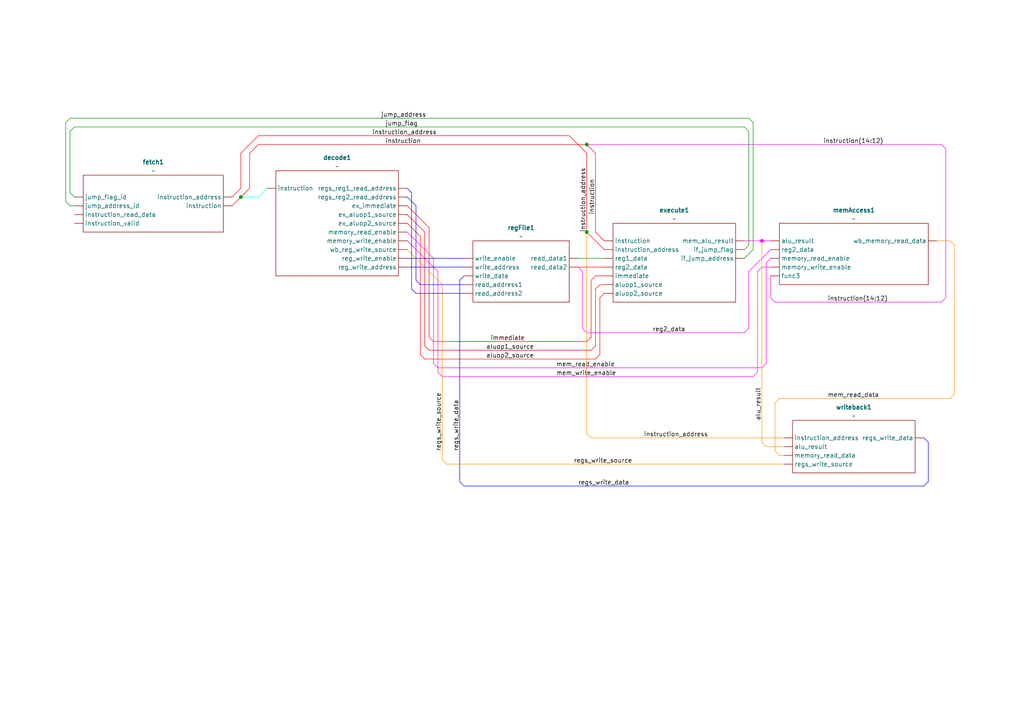
<source format=kicad_sch>
(kicad_sch
	(version 20231120)
	(generator "eeschema")
	(generator_version "8.0")
	(uuid "2ba00b11-cabe-4a49-b90b-2ae7d885f76b")
	(paper "A4")
	(title_block
		(title "RISC-V Monocycle Design")
	)
	(lib_symbols
		(symbol "RISC-V-lib:Execute"
			(pin_numbers hide)
			(exclude_from_sim no)
			(in_bom yes)
			(on_board yes)
			(property "Reference" "execute"
				(at -8.636 12.192 0)
				(effects
					(font
						(size 1.27 1.27)
						(thickness 0.254)
						(bold yes)
					)
				)
			)
			(property "Value" ""
				(at 0 0 0)
				(effects
					(font
						(size 1.27 1.27)
					)
				)
			)
			(property "Footprint" ""
				(at 0 0 0)
				(effects
					(font
						(size 1.27 1.27)
					)
					(hide yes)
				)
			)
			(property "Datasheet" ""
				(at 0 0 0)
				(effects
					(font
						(size 1.27 1.27)
					)
					(hide yes)
				)
			)
			(property "Description" ""
				(at 0 0 0)
				(effects
					(font
						(size 1.27 1.27)
					)
					(hide yes)
				)
			)
			(symbol "Execute_0_1"
				(rectangle
					(start -12.7 -8.89)
					(end 22.86 13.97)
					(stroke
						(width 0)
						(type default)
					)
					(fill
						(type none)
					)
				)
			)
			(symbol "Execute_1_1"
				(pin input line
					(at -15.24 -3.81 0)
					(length 2.54)
					(name "aluop1_source"
						(effects
							(font
								(size 1.27 1.27)
							)
						)
					)
					(number ""
						(effects
							(font
								(size 1.27 1.27)
							)
						)
					)
				)
				(pin input line
					(at -15.24 -6.35 0)
					(length 2.54)
					(name "aluop2_source"
						(effects
							(font
								(size 1.27 1.27)
							)
						)
					)
					(number ""
						(effects
							(font
								(size 1.27 1.27)
							)
						)
					)
				)
				(pin output line
					(at 25.4 3.81 180)
					(length 2.54)
					(name "if_jump_address"
						(effects
							(font
								(size 1.27 1.27)
							)
						)
					)
					(number ""
						(effects
							(font
								(size 1.27 1.27)
							)
						)
					)
				)
				(pin output line
					(at 25.4 6.35 180)
					(length 2.54)
					(name "if_jump_flag"
						(effects
							(font
								(size 1.27 1.27)
							)
						)
					)
					(number ""
						(effects
							(font
								(size 1.27 1.27)
							)
						)
					)
				)
				(pin input line
					(at -15.24 -1.27 0)
					(length 2.54)
					(name "immediate"
						(effects
							(font
								(size 1.27 1.27)
							)
						)
					)
					(number ""
						(effects
							(font
								(size 1.27 1.27)
							)
						)
					)
				)
				(pin input line
					(at -15.24 8.89 0)
					(length 2.54)
					(name "instruction"
						(effects
							(font
								(size 1.27 1.27)
							)
						)
					)
					(number ""
						(effects
							(font
								(size 1.27 1.27)
							)
						)
					)
				)
				(pin input line
					(at -15.24 6.35 0)
					(length 2.54)
					(name "instruction_address"
						(effects
							(font
								(size 1.27 1.27)
							)
						)
					)
					(number ""
						(effects
							(font
								(size 1.27 1.27)
							)
						)
					)
				)
				(pin output line
					(at 25.4 8.89 180)
					(length 2.54)
					(name "mem_alu_result"
						(effects
							(font
								(size 1.27 1.27)
							)
						)
					)
					(number ""
						(effects
							(font
								(size 1.27 1.27)
							)
						)
					)
				)
				(pin input line
					(at -15.24 3.81 0)
					(length 2.54)
					(name "reg1_data"
						(effects
							(font
								(size 1.27 1.27)
							)
						)
					)
					(number ""
						(effects
							(font
								(size 1.27 1.27)
							)
						)
					)
				)
				(pin input line
					(at -15.24 1.27 0)
					(length 2.54)
					(name "reg2_data"
						(effects
							(font
								(size 1.27 1.27)
							)
						)
					)
					(number ""
						(effects
							(font
								(size 1.27 1.27)
							)
						)
					)
				)
			)
		)
		(symbol "RISC-V-lib:InstructionDecode"
			(pin_numbers hide)
			(exclude_from_sim no)
			(in_bom yes)
			(on_board yes)
			(property "Reference" "decode"
				(at -9.144 12.7 0)
				(effects
					(font
						(size 1.27 1.27)
					)
				)
			)
			(property "Value" ""
				(at 0 0 0)
				(effects
					(font
						(size 1.27 1.27)
					)
				)
			)
			(property "Footprint" ""
				(at 0 0 0)
				(effects
					(font
						(size 1.27 1.27)
					)
					(hide yes)
				)
			)
			(property "Datasheet" ""
				(at 0 0 0)
				(effects
					(font
						(size 1.27 1.27)
					)
					(hide yes)
				)
			)
			(property "Description" ""
				(at 0 0 0)
				(effects
					(font
						(size 1.27 1.27)
					)
					(hide yes)
				)
			)
			(symbol "InstructionDecode_0_1"
				(rectangle
					(start 22.86 -16.51)
					(end -12.7 13.97)
					(stroke
						(width 0)
						(type default)
					)
					(fill
						(type none)
					)
				)
			)
			(symbol "InstructionDecode_1_1"
				(pin output line
					(at 25.4 1.27 180)
					(length 2.54)
					(name "ex_aluop1_source"
						(effects
							(font
								(size 1.27 1.27)
							)
						)
					)
					(number ""
						(effects
							(font
								(size 1.27 1.27)
							)
						)
					)
				)
				(pin output line
					(at 25.4 -1.27 180)
					(length 2.54)
					(name "ex_aluop2_source"
						(effects
							(font
								(size 1.27 1.27)
							)
						)
					)
					(number ""
						(effects
							(font
								(size 1.27 1.27)
							)
						)
					)
				)
				(pin output line
					(at 25.4 3.81 180)
					(length 2.54)
					(name "ex_immediate"
						(effects
							(font
								(size 1.27 1.27)
							)
						)
					)
					(number ""
						(effects
							(font
								(size 1.27 1.27)
							)
						)
					)
				)
				(pin input line
					(at -15.24 8.89 0)
					(length 2.54)
					(name "instruction"
						(effects
							(font
								(size 1.27 1.27)
							)
						)
					)
					(number ""
						(effects
							(font
								(size 1.27 1.27)
							)
						)
					)
				)
				(pin output line
					(at 25.4 -3.81 180)
					(length 2.54)
					(name "memory_read_enable"
						(effects
							(font
								(size 1.27 1.27)
							)
						)
					)
					(number ""
						(effects
							(font
								(size 1.27 1.27)
							)
						)
					)
				)
				(pin output line
					(at 25.4 -6.35 180)
					(length 2.54)
					(name "memory_write_enable"
						(effects
							(font
								(size 1.27 1.27)
							)
						)
					)
					(number ""
						(effects
							(font
								(size 1.27 1.27)
							)
						)
					)
				)
				(pin output line
					(at 25.4 -13.97 180)
					(length 2.54)
					(name "reg_write_address"
						(effects
							(font
								(size 1.27 1.27)
							)
						)
					)
					(number ""
						(effects
							(font
								(size 1.27 1.27)
							)
						)
					)
				)
				(pin output line
					(at 25.4 -11.43 180)
					(length 2.54)
					(name "reg_write_enable"
						(effects
							(font
								(size 1.27 1.27)
							)
						)
					)
					(number ""
						(effects
							(font
								(size 1.27 1.27)
							)
						)
					)
				)
				(pin output line
					(at 25.4 8.89 180)
					(length 2.54)
					(name "regs_reg1_read_address"
						(effects
							(font
								(size 1.27 1.27)
							)
						)
					)
					(number ""
						(effects
							(font
								(size 1.27 1.27)
							)
						)
					)
				)
				(pin output line
					(at 25.4 6.35 180)
					(length 2.54)
					(name "regs_reg2_read_address"
						(effects
							(font
								(size 1.27 1.27)
							)
						)
					)
					(number ""
						(effects
							(font
								(size 1.27 1.27)
							)
						)
					)
				)
				(pin output line
					(at 25.4 -8.89 180)
					(length 2.54)
					(name "wb_reg_write_source"
						(effects
							(font
								(size 1.27 1.27)
							)
						)
					)
					(number ""
						(effects
							(font
								(size 1.27 1.27)
							)
						)
					)
				)
			)
		)
		(symbol "RISC-V-lib:InstructionFetch"
			(pin_numbers hide)
			(exclude_from_sim no)
			(in_bom yes)
			(on_board yes)
			(property "Reference" "fetch"
				(at -17.272 6.096 0)
				(effects
					(font
						(size 1.27 1.27)
						(thickness 0.254)
						(bold yes)
					)
				)
			)
			(property "Value" ""
				(at 5.08 -2.54 0)
				(effects
					(font
						(size 1.27 1.27)
					)
				)
			)
			(property "Footprint" ""
				(at 5.08 -2.54 0)
				(effects
					(font
						(size 1.27 1.27)
					)
					(hide yes)
				)
			)
			(property "Datasheet" ""
				(at 5.08 -2.54 0)
				(effects
					(font
						(size 1.27 1.27)
					)
					(hide yes)
				)
			)
			(property "Description" ""
				(at 5.08 -2.54 0)
				(effects
					(font
						(size 1.27 1.27)
					)
					(hide yes)
				)
			)
			(symbol "InstructionFetch_0_1"
				(rectangle
					(start -20.32 7.62)
					(end 20.32 -8.89)
					(stroke
						(width 0)
						(type default)
					)
					(fill
						(type none)
					)
				)
			)
			(symbol "InstructionFetch_1_1"
				(pin output line
					(at 22.86 -1.27 180)
					(length 2.54)
					(name "instruction"
						(effects
							(font
								(size 1.27 1.27)
							)
						)
					)
					(number ""
						(effects
							(font
								(size 1.27 1.27)
							)
						)
					)
				)
				(pin output line
					(at 22.86 1.27 180)
					(length 2.54)
					(name "instruction_address"
						(effects
							(font
								(size 1.27 1.27)
							)
						)
					)
					(number ""
						(effects
							(font
								(size 1.27 1.27)
							)
						)
					)
				)
				(pin input line
					(at -22.86 -3.81 0)
					(length 2.54)
					(name "instruction_read_data"
						(effects
							(font
								(size 1.27 1.27)
							)
						)
					)
					(number ""
						(effects
							(font
								(size 1.27 1.27)
							)
						)
					)
				)
				(pin input line
					(at -22.86 -6.35 0)
					(length 2.54)
					(name "instruction_valid"
						(effects
							(font
								(size 1.27 1.27)
							)
						)
					)
					(number ""
						(effects
							(font
								(size 1.27 1.27)
							)
						)
					)
				)
				(pin input line
					(at -22.86 -1.27 0)
					(length 2.54)
					(name "jump_address_id"
						(effects
							(font
								(size 1.27 1.27)
							)
						)
					)
					(number ""
						(effects
							(font
								(size 1.27 1.27)
							)
						)
					)
				)
				(pin input line
					(at -22.86 1.27 0)
					(length 2.54)
					(name "jump_flag_id"
						(effects
							(font
								(size 1.27 1.27)
							)
						)
					)
					(number ""
						(effects
							(font
								(size 1.27 1.27)
							)
						)
					)
				)
			)
		)
		(symbol "RISC-V-lib:MemoryAccess"
			(pin_numbers hide)
			(exclude_from_sim no)
			(in_bom yes)
			(on_board yes)
			(property "Reference" "memAccess"
				(at -6.604 12.192 0)
				(effects
					(font
						(size 1.27 1.27)
						(thickness 0.254)
						(bold yes)
					)
				)
			)
			(property "Value" ""
				(at 0 0 0)
				(effects
					(font
						(size 1.27 1.27)
					)
				)
			)
			(property "Footprint" ""
				(at 0 0 0)
				(effects
					(font
						(size 1.27 1.27)
					)
					(hide yes)
				)
			)
			(property "Datasheet" ""
				(at 0 0 0)
				(effects
					(font
						(size 1.27 1.27)
					)
					(hide yes)
				)
			)
			(property "Description" ""
				(at 0 0 0)
				(effects
					(font
						(size 1.27 1.27)
					)
					(hide yes)
				)
			)
			(symbol "MemoryAccess_0_1"
				(rectangle
					(start -12.7 -3.81)
					(end 30.48 13.97)
					(stroke
						(width 0)
						(type default)
					)
					(fill
						(type none)
					)
				)
			)
			(symbol "MemoryAccess_1_1"
				(pin input line
					(at -15.24 8.89 0)
					(length 2.54)
					(name "alu_result"
						(effects
							(font
								(size 1.27 1.27)
							)
						)
					)
					(number ""
						(effects
							(font
								(size 1.27 1.27)
							)
						)
					)
				)
				(pin input line
					(at -15.24 -1.27 0)
					(length 2.54)
					(name "func3"
						(effects
							(font
								(size 1.27 1.27)
							)
						)
					)
					(number ""
						(effects
							(font
								(size 1.27 1.27)
							)
						)
					)
				)
				(pin input line
					(at -15.24 3.81 0)
					(length 2.54)
					(name "memory_read_enable"
						(effects
							(font
								(size 1.27 1.27)
							)
						)
					)
					(number ""
						(effects
							(font
								(size 1.27 1.27)
							)
						)
					)
				)
				(pin input line
					(at -15.24 1.27 0)
					(length 2.54)
					(name "memory_write_enable"
						(effects
							(font
								(size 1.27 1.27)
							)
						)
					)
					(number ""
						(effects
							(font
								(size 1.27 1.27)
							)
						)
					)
				)
				(pin input line
					(at -15.24 6.35 0)
					(length 2.54)
					(name "reg2_data"
						(effects
							(font
								(size 1.27 1.27)
							)
						)
					)
					(number ""
						(effects
							(font
								(size 1.27 1.27)
							)
						)
					)
				)
				(pin output line
					(at 33.02 8.89 180)
					(length 2.54)
					(name "wb_memory_read_data"
						(effects
							(font
								(size 1.27 1.27)
							)
						)
					)
					(number ""
						(effects
							(font
								(size 1.27 1.27)
							)
						)
					)
				)
			)
		)
		(symbol "RISC-V-lib:RegFile"
			(pin_numbers hide)
			(exclude_from_sim no)
			(in_bom yes)
			(on_board yes)
			(property "Reference" "regFile"
				(at -11.684 8.382 0)
				(effects
					(font
						(size 1.27 1.27)
						(thickness 0.254)
						(bold yes)
					)
				)
			)
			(property "Value" ""
				(at 0 0 0)
				(effects
					(font
						(size 1.27 1.27)
					)
				)
			)
			(property "Footprint" ""
				(at 0 0 0)
				(effects
					(font
						(size 1.27 1.27)
					)
					(hide yes)
				)
			)
			(property "Datasheet" ""
				(at 0 0 0)
				(effects
					(font
						(size 1.27 1.27)
					)
					(hide yes)
				)
			)
			(property "Description" ""
				(at 0 0 0)
				(effects
					(font
						(size 1.27 1.27)
					)
					(hide yes)
				)
			)
			(symbol "RegFile_0_1"
				(rectangle
					(start -15.24 -7.62)
					(end 12.7 10.16)
					(stroke
						(width 0)
						(type default)
					)
					(fill
						(type none)
					)
				)
			)
			(symbol "RegFile_1_1"
				(pin input line
					(at -17.78 -2.54 0)
					(length 2.54)
					(name "read_address1"
						(effects
							(font
								(size 1.27 1.27)
							)
						)
					)
					(number ""
						(effects
							(font
								(size 1.27 1.27)
							)
						)
					)
				)
				(pin input line
					(at -17.78 -5.08 0)
					(length 2.54)
					(name "read_address2"
						(effects
							(font
								(size 1.27 1.27)
							)
						)
					)
					(number ""
						(effects
							(font
								(size 1.27 1.27)
							)
						)
					)
				)
				(pin output line
					(at 15.24 5.08 180)
					(length 2.54)
					(name "read_data1"
						(effects
							(font
								(size 1.27 1.27)
							)
						)
					)
					(number ""
						(effects
							(font
								(size 1.27 1.27)
							)
						)
					)
				)
				(pin output line
					(at 15.24 2.54 180)
					(length 2.54)
					(name "read_data2"
						(effects
							(font
								(size 1.27 1.27)
							)
						)
					)
					(number ""
						(effects
							(font
								(size 1.27 1.27)
							)
						)
					)
				)
				(pin input line
					(at -17.78 2.54 0)
					(length 2.54)
					(name "write_address"
						(effects
							(font
								(size 1.27 1.27)
							)
						)
					)
					(number ""
						(effects
							(font
								(size 1.27 1.27)
							)
						)
					)
				)
				(pin input line
					(at -17.78 0 0)
					(length 2.54)
					(name "write_data"
						(effects
							(font
								(size 1.27 1.27)
							)
						)
					)
					(number ""
						(effects
							(font
								(size 1.27 1.27)
							)
						)
					)
				)
				(pin input line
					(at -17.78 5.08 0)
					(length 2.54)
					(name "write_enable"
						(effects
							(font
								(size 1.27 1.27)
							)
						)
					)
					(number ""
						(effects
							(font
								(size 1.27 1.27)
							)
						)
					)
				)
			)
		)
		(symbol "RISC-V-lib:Writeback"
			(pin_numbers hide)
			(exclude_from_sim no)
			(in_bom yes)
			(on_board yes)
			(property "Reference" "writeback"
				(at -7.366 12.446 0)
				(effects
					(font
						(size 1.27 1.27)
						(thickness 0.254)
						(bold yes)
					)
				)
			)
			(property "Value" ""
				(at 0 0 0)
				(effects
					(font
						(size 1.27 1.27)
					)
				)
			)
			(property "Footprint" ""
				(at 0 0 0)
				(effects
					(font
						(size 1.27 1.27)
					)
					(hide yes)
				)
			)
			(property "Datasheet" ""
				(at 0 0 0)
				(effects
					(font
						(size 1.27 1.27)
					)
					(hide yes)
				)
			)
			(property "Description" ""
				(at 0 0 0)
				(effects
					(font
						(size 1.27 1.27)
					)
					(hide yes)
				)
			)
			(symbol "Writeback_0_1"
				(rectangle
					(start -12.7 -1.27)
					(end 22.86 13.97)
					(stroke
						(width 0)
						(type default)
					)
					(fill
						(type none)
					)
				)
			)
			(symbol "Writeback_1_1"
				(pin input line
					(at -15.24 6.35 0)
					(length 2.54)
					(name "alu_result"
						(effects
							(font
								(size 1.27 1.27)
							)
						)
					)
					(number ""
						(effects
							(font
								(size 1.27 1.27)
							)
						)
					)
				)
				(pin input line
					(at -15.24 8.89 0)
					(length 2.54)
					(name "instruction_address"
						(effects
							(font
								(size 1.27 1.27)
							)
						)
					)
					(number ""
						(effects
							(font
								(size 1.27 1.27)
							)
						)
					)
				)
				(pin input line
					(at -15.24 3.81 0)
					(length 2.54)
					(name "memory_read_data"
						(effects
							(font
								(size 1.27 1.27)
							)
						)
					)
					(number ""
						(effects
							(font
								(size 1.27 1.27)
							)
						)
					)
				)
				(pin output line
					(at 25.4 8.89 180)
					(length 2.54)
					(name "regs_write_data"
						(effects
							(font
								(size 1.27 1.27)
							)
						)
					)
					(number ""
						(effects
							(font
								(size 1.27 1.27)
							)
						)
					)
				)
				(pin input line
					(at -15.24 1.27 0)
					(length 2.54)
					(name "regs_write_source"
						(effects
							(font
								(size 1.27 1.27)
							)
						)
					)
					(number ""
						(effects
							(font
								(size 1.27 1.27)
							)
						)
					)
				)
			)
		)
	)
	(junction
		(at 170.18 41.91)
		(diameter 0)
		(color 0 0 0 0)
		(uuid "0e4654ac-cee6-4fad-a95a-58b8e4b45165")
	)
	(junction
		(at 69.85 57.15)
		(diameter 0)
		(color 0 0 0 0)
		(uuid "51379ed6-2eb6-485d-9e8f-2c3f86497542")
	)
	(junction
		(at 220.98 69.85)
		(diameter 0)
		(color 255 0 255 1)
		(uuid "6c52d21c-6617-4486-8b44-f9e96cf40374")
	)
	(junction
		(at 170.18 67.31)
		(diameter 0)
		(color 0 0 0 0)
		(uuid "8f4db766-3c9f-475d-a3d1-91bb00ca1e76")
	)
	(wire
		(pts
			(xy 276.86 114.3) (xy 275.59 115.57)
		)
		(stroke
			(width 0)
			(type default)
			(color 255 153 0 1)
		)
		(uuid "032470e8-1456-4b91-8cb9-bdaa50b541d7")
	)
	(wire
		(pts
			(xy 172.72 44.45) (xy 170.18 41.91)
		)
		(stroke
			(width 0)
			(type default)
			(color 255 0 0 1)
		)
		(uuid "04674085-461c-4c28-a759-b832c70eaf95")
	)
	(wire
		(pts
			(xy 120.65 85.09) (xy 134.62 85.09)
		)
		(stroke
			(width 0)
			(type default)
			(color 0 0 255 1)
		)
		(uuid "04783baa-e01f-4eaa-b3ce-7d9da42c39c8")
	)
	(wire
		(pts
			(xy 124.46 66.04) (xy 124.46 97.79)
		)
		(stroke
			(width 0)
			(type default)
			(color 255 0 0 1)
		)
		(uuid "094012ec-9897-4470-bd62-2c3d70149542")
	)
	(wire
		(pts
			(xy 224.79 116.84) (xy 224.79 130.81)
		)
		(stroke
			(width 0)
			(type default)
			(color 255 153 0 1)
		)
		(uuid "0967dd55-ed15-4ec6-8d7b-029a314f7c99")
	)
	(wire
		(pts
			(xy 173.99 86.36) (xy 175.26 85.09)
		)
		(stroke
			(width 0)
			(type default)
			(color 255 0 0 1)
		)
		(uuid "0bda7395-8f16-4ef0-a99f-243000b5f3a2")
	)
	(wire
		(pts
			(xy 226.06 115.57) (xy 224.79 116.84)
		)
		(stroke
			(width 0)
			(type default)
			(color 255 153 0 1)
		)
		(uuid "0e58e67c-bbe1-4110-aa64-2fb6007c8185")
	)
	(wire
		(pts
			(xy 220.98 106.68) (xy 222.25 105.41)
		)
		(stroke
			(width 0)
			(type default)
			(color 255 0 255 1)
		)
		(uuid "0fb2563c-4671-4c1a-addd-4ece12777f82")
	)
	(wire
		(pts
			(xy 271.78 69.85) (xy 275.59 69.85)
		)
		(stroke
			(width 0)
			(type default)
			(color 255 153 0 1)
		)
		(uuid "12310e7f-f691-4210-bf48-194d04fe84c6")
	)
	(wire
		(pts
			(xy 69.85 54.61) (xy 69.85 44.45)
		)
		(stroke
			(width 0)
			(type default)
			(color 255 0 0 1)
		)
		(uuid "158ae986-6c14-4658-8ad5-62488f9866ae")
	)
	(wire
		(pts
			(xy 119.38 55.88) (xy 119.38 83.82)
		)
		(stroke
			(width 0)
			(type default)
			(color 0 0 255 1)
		)
		(uuid "17fba99e-f0b7-43d1-b6ff-19ac4089bc2f")
	)
	(wire
		(pts
			(xy 217.17 38.1) (xy 217.17 71.12)
		)
		(stroke
			(width 0)
			(type default)
		)
		(uuid "18341128-08ed-47c0-8ace-514b3413c7b8")
	)
	(wire
		(pts
			(xy 219.71 78.74) (xy 219.71 107.95)
		)
		(stroke
			(width 0)
			(type default)
			(color 255 0 255 1)
		)
		(uuid "187a1790-dba9-4736-866c-772a6eb3a203")
	)
	(wire
		(pts
			(xy 215.9 96.52) (xy 217.17 95.25)
		)
		(stroke
			(width 0)
			(type default)
			(color 255 0 255 1)
		)
		(uuid "1b3ed52a-6a51-4f0a-8469-d8d81a954f99")
	)
	(wire
		(pts
			(xy 170.18 99.06) (xy 171.45 97.79)
		)
		(stroke
			(width 0)
			(type default)
			(color 255 0 0 1)
		)
		(uuid "1c3d8837-5ed1-457c-9aad-1b6027001702")
	)
	(wire
		(pts
			(xy 223.52 80.01) (xy 223.52 86.36)
		)
		(stroke
			(width 0)
			(type default)
			(color 255 0 255 1)
		)
		(uuid "1c86ea80-d2e8-4fed-bdc9-74a76ff9ba7e")
	)
	(wire
		(pts
			(xy 172.72 44.45) (xy 172.72 67.31)
		)
		(stroke
			(width 0)
			(type default)
			(color 255 0 0 1)
		)
		(uuid "2200eb6e-226f-46c0-8bca-c488569275b1")
	)
	(wire
		(pts
			(xy 167.64 77.47) (xy 175.26 77.47)
		)
		(stroke
			(width 0)
			(type default)
			(color 255 0 0 1)
		)
		(uuid "23b34613-23e2-44f5-8eec-e535a4999f11")
	)
	(wire
		(pts
			(xy 74.93 39.37) (xy 165.1 39.37)
		)
		(stroke
			(width 0)
			(type default)
			(color 255 0 0 1)
		)
		(uuid "2520455a-b20d-44a1-9576-6ab4a0fc0bae")
	)
	(wire
		(pts
			(xy 276.86 71.12) (xy 275.59 69.85)
		)
		(stroke
			(width 0)
			(type default)
			(color 255 153 0 1)
		)
		(uuid "25ffb9b6-5d16-4ae2-853d-673cf9d38bb0")
	)
	(wire
		(pts
			(xy 20.32 55.88) (xy 21.59 57.15)
		)
		(stroke
			(width 0)
			(type default)
		)
		(uuid "28400dcd-2270-4d7c-b039-b9c27258b140")
	)
	(wire
		(pts
			(xy 170.18 41.91) (xy 273.05 41.91)
		)
		(stroke
			(width 0)
			(type default)
			(color 255 0 255 1)
		)
		(uuid "28484d2b-ae90-49bf-8921-f7312bcc7b30")
	)
	(wire
		(pts
			(xy 222.25 76.2) (xy 222.25 105.41)
		)
		(stroke
			(width 0)
			(type default)
			(color 255 0 255 1)
		)
		(uuid "2b6ab9c8-f1d9-4707-a916-1702259913f9")
	)
	(wire
		(pts
			(xy 274.32 86.36) (xy 274.32 43.18)
		)
		(stroke
			(width 0)
			(type default)
			(color 255 0 255 1)
		)
		(uuid "2c5d9d2c-b9e0-441a-ac7d-546f46ff84d2")
	)
	(wire
		(pts
			(xy 170.18 44.45) (xy 170.18 67.31)
		)
		(stroke
			(width 0)
			(type default)
			(color 255 0 0 1)
		)
		(uuid "2d315afe-395b-4ac1-86af-0e72fe478a8e")
	)
	(wire
		(pts
			(xy 134.62 140.97) (xy 267.97 140.97)
		)
		(stroke
			(width 0)
			(type default)
			(color 0 0 255 1)
		)
		(uuid "2ddc2f6f-89de-4168-9f19-5df4bd74a455")
	)
	(wire
		(pts
			(xy 274.32 43.18) (xy 273.05 41.91)
		)
		(stroke
			(width 0)
			(type default)
			(color 255 0 255 1)
		)
		(uuid "324118a2-83ff-415f-b38f-bac5b19ac08d")
	)
	(wire
		(pts
			(xy 173.99 82.55) (xy 175.26 82.55)
		)
		(stroke
			(width 0)
			(type default)
			(color 255 0 0 1)
		)
		(uuid "32e3ba92-89a9-4c30-b686-94177e46e7a2")
	)
	(wire
		(pts
			(xy 168.91 78.74) (xy 168.91 95.25)
		)
		(stroke
			(width 0)
			(type default)
			(color 255 0 255 1)
		)
		(uuid "333928ca-1805-4dd0-8cc6-11ac68eb66dc")
	)
	(wire
		(pts
			(xy 121.92 102.87) (xy 123.19 104.14)
		)
		(stroke
			(width 0)
			(type default)
			(color 255 0 0 1)
		)
		(uuid "33709863-4468-49fc-a94b-8b86060475e2")
	)
	(wire
		(pts
			(xy 222.25 129.54) (xy 227.33 129.54)
		)
		(stroke
			(width 0)
			(type default)
			(color 255 153 0 1)
		)
		(uuid "3398e8dd-7aec-4399-bd2d-c228b8927afa")
	)
	(wire
		(pts
			(xy 171.45 81.28) (xy 172.72 80.01)
		)
		(stroke
			(width 0)
			(type default)
			(color 255 0 0 1)
		)
		(uuid "3430e087-9d87-4f1c-a8df-70c8d433815a")
	)
	(wire
		(pts
			(xy 67.31 57.15) (xy 69.85 54.61)
		)
		(stroke
			(width 0)
			(type default)
			(color 255 0 0 1)
		)
		(uuid "3909fe5e-e479-41cb-954f-3f6f50366c0d")
	)
	(wire
		(pts
			(xy 267.97 140.97) (xy 269.24 139.7)
		)
		(stroke
			(width 0)
			(type default)
			(color 0 0 255 1)
		)
		(uuid "3f12678e-63a5-4a32-9986-4b4009842955")
	)
	(wire
		(pts
			(xy 125.73 105.41) (xy 127 106.68)
		)
		(stroke
			(width 0)
			(type default)
			(color 255 0 255 1)
		)
		(uuid "498b0488-51a9-420d-95b0-5ff7a92af388")
	)
	(wire
		(pts
			(xy 226.06 132.08) (xy 227.33 132.08)
		)
		(stroke
			(width 0)
			(type default)
			(color 255 153 0 1)
		)
		(uuid "4991be05-eea7-4fb3-81f7-c38dd6760c2e")
	)
	(wire
		(pts
			(xy 120.65 59.69) (xy 120.65 81.28)
		)
		(stroke
			(width 0)
			(type default)
			(color 0 0 255 1)
		)
		(uuid "4c78fa1f-2422-46ae-ba18-3b4a78b7db0d")
	)
	(wire
		(pts
			(xy 134.62 80.01) (xy 133.35 81.28)
		)
		(stroke
			(width 0)
			(type default)
			(color 0 0 255 1)
		)
		(uuid "4e9fef19-3ca0-4943-bb92-8c216176b378")
	)
	(wire
		(pts
			(xy 175.26 69.85) (xy 172.72 67.31)
		)
		(stroke
			(width 0)
			(type default)
			(color 255 0 0 1)
		)
		(uuid "523ae9a3-4c02-4a30-9f4d-36599a25d5f0")
	)
	(wire
		(pts
			(xy 72.39 54.61) (xy 69.85 57.15)
		)
		(stroke
			(width 0)
			(type default)
			(color 255 0 0 1)
		)
		(uuid "54663cfd-327a-4523-8c36-66451eb1bd1c")
	)
	(wire
		(pts
			(xy 222.25 76.2) (xy 223.52 74.93)
		)
		(stroke
			(width 0)
			(type default)
			(color 255 0 255 1)
		)
		(uuid "55a5d90b-4e4a-4abb-962d-68ab1cf3a4d7")
	)
	(wire
		(pts
			(xy 118.11 54.61) (xy 119.38 55.88)
		)
		(stroke
			(width 0)
			(type default)
			(color 0 0 255 1)
		)
		(uuid "56d40c4b-4b69-4f87-83ee-b7ea59c3efb5")
	)
	(wire
		(pts
			(xy 171.45 101.6) (xy 172.72 100.33)
		)
		(stroke
			(width 0)
			(type default)
			(color 255 0 0 1)
		)
		(uuid "56dd0afa-e516-4e13-8c56-0e1c6c508b98")
	)
	(wire
		(pts
			(xy 74.93 57.15) (xy 77.47 54.61)
		)
		(stroke
			(width 0)
			(type default)
			(color 0 255 255 1)
		)
		(uuid "595b0a31-17b9-4ac0-ae96-f47d13cb2392")
	)
	(wire
		(pts
			(xy 219.71 78.74) (xy 220.98 77.47)
		)
		(stroke
			(width 0)
			(type default)
			(color 255 0 255 1)
		)
		(uuid "5b4d05b8-3a29-45f3-aa97-7a4c207f6a0c")
	)
	(wire
		(pts
			(xy 21.59 36.83) (xy 20.32 38.1)
		)
		(stroke
			(width 0)
			(type default)
		)
		(uuid "5c396d3d-3384-48b5-8536-4bf5c2767838")
	)
	(wire
		(pts
			(xy 118.11 69.85) (xy 127 78.74)
		)
		(stroke
			(width 0)
			(type default)
			(color 255 0 255 1)
		)
		(uuid "5e35f880-ad01-40fd-af38-48e6590e6f8a")
	)
	(wire
		(pts
			(xy 220.98 69.85) (xy 223.52 69.85)
		)
		(stroke
			(width 0)
			(type default)
			(color 255 0 255 1)
		)
		(uuid "5e87b3db-6984-40ed-862c-654f6539ea4a")
	)
	(wire
		(pts
			(xy 217.17 38.1) (xy 215.9 36.83)
		)
		(stroke
			(width 0)
			(type default)
		)
		(uuid "61ab5d0c-04d1-423a-b8ac-e10b39b9430e")
	)
	(wire
		(pts
			(xy 220.98 69.85) (xy 220.98 128.27)
		)
		(stroke
			(width 0)
			(type default)
			(color 255 153 0 1)
		)
		(uuid "61ffc1e9-1d4b-4b93-a543-b3f754f4664c")
	)
	(wire
		(pts
			(xy 172.72 83.82) (xy 172.72 100.33)
		)
		(stroke
			(width 0)
			(type default)
			(color 255 0 0 1)
		)
		(uuid "69be637a-c4a8-49fb-a01c-1e51af36a2bb")
	)
	(wire
		(pts
			(xy 273.05 87.63) (xy 274.32 86.36)
		)
		(stroke
			(width 0)
			(type default)
			(color 255 0 255 1)
		)
		(uuid "6bfa7c0c-a877-4942-a8c4-eddb2dd0ab6c")
	)
	(wire
		(pts
			(xy 69.85 57.15) (xy 74.93 57.15)
		)
		(stroke
			(width 0)
			(type default)
			(color 0 255 255 1)
		)
		(uuid "6d1d6e0f-87f8-4734-b268-89ead9948f39")
	)
	(wire
		(pts
			(xy 118.11 57.15) (xy 120.65 59.69)
		)
		(stroke
			(width 0)
			(type default)
			(color 0 0 255 1)
		)
		(uuid "6f451487-51f5-4e30-860f-fa460f02068d")
	)
	(wire
		(pts
			(xy 118.11 72.39) (xy 128.27 82.55)
		)
		(stroke
			(width 0)
			(type default)
			(color 255 153 0 1)
		)
		(uuid "70ba793f-f518-4302-a5e2-68d707a92e8f")
	)
	(wire
		(pts
			(xy 217.17 95.25) (xy 217.17 78.74)
		)
		(stroke
			(width 0)
			(type default)
			(color 255 0 255 1)
		)
		(uuid "73b9e6d0-6800-4f9e-b04a-a810097a8845")
	)
	(wire
		(pts
			(xy 170.18 67.31) (xy 170.18 125.73)
		)
		(stroke
			(width 0)
			(type default)
			(color 255 153 0 1)
		)
		(uuid "75c9a91b-f0a9-4992-916e-444d45a000a6")
	)
	(wire
		(pts
			(xy 72.39 44.45) (xy 72.39 54.61)
		)
		(stroke
			(width 0)
			(type default)
			(color 255 0 0 1)
		)
		(uuid "7771a7f6-2872-4fdc-88b0-ceb46eee6a9d")
	)
	(wire
		(pts
			(xy 128.27 133.35) (xy 129.54 134.62)
		)
		(stroke
			(width 0)
			(type default)
			(color 255 153 0 1)
		)
		(uuid "77dc3325-1848-4458-924d-5f35d0f0c7c4")
	)
	(wire
		(pts
			(xy 269.24 128.27) (xy 269.24 139.7)
		)
		(stroke
			(width 0)
			(type default)
			(color 0 0 255 1)
		)
		(uuid "7a29de8a-852f-4e39-b230-47c4ed7410b8")
	)
	(wire
		(pts
			(xy 170.18 67.31) (xy 175.26 72.39)
		)
		(stroke
			(width 0)
			(type default)
			(color 255 0 0 1)
		)
		(uuid "7a350ede-6824-4edb-9888-2903a179c7a1")
	)
	(wire
		(pts
			(xy 19.05 35.56) (xy 19.05 58.42)
		)
		(stroke
			(width 0)
			(type default)
		)
		(uuid "7a97d78d-4195-47d9-aeb4-3130cfb5ee1f")
	)
	(wire
		(pts
			(xy 121.92 82.55) (xy 134.62 82.55)
		)
		(stroke
			(width 0)
			(type default)
			(color 0 0 255 1)
		)
		(uuid "7b782315-6d1c-48df-8500-1e337652d823")
	)
	(wire
		(pts
			(xy 224.79 130.81) (xy 226.06 132.08)
		)
		(stroke
			(width 0)
			(type default)
			(color 255 153 0 1)
		)
		(uuid "7c96a670-ae1f-46a8-8e15-4e1830a351b1")
	)
	(wire
		(pts
			(xy 171.45 97.79) (xy 171.45 81.28)
		)
		(stroke
			(width 0)
			(type default)
			(color 255 0 0 1)
		)
		(uuid "7ccb1538-0d5b-4d10-afb3-946e0e294b76")
	)
	(wire
		(pts
			(xy 123.19 104.14) (xy 172.72 104.14)
		)
		(stroke
			(width 0)
			(type default)
			(color 255 0 0 1)
		)
		(uuid "8066116a-5ab8-41b6-804c-4f92c2d3d0c3")
	)
	(wire
		(pts
			(xy 127 78.74) (xy 127 107.95)
		)
		(stroke
			(width 0)
			(type default)
			(color 255 0 255 1)
		)
		(uuid "8094bd32-b302-4cfc-bbde-1f742bc450e0")
	)
	(wire
		(pts
			(xy 218.44 35.56) (xy 218.44 72.39)
		)
		(stroke
			(width 0)
			(type default)
		)
		(uuid "80e36146-6f00-4bd8-a7a9-2d134dd8e50a")
	)
	(wire
		(pts
			(xy 172.72 104.14) (xy 173.99 102.87)
		)
		(stroke
			(width 0)
			(type default)
			(color 255 0 0 1)
		)
		(uuid "834046e7-49af-4357-9e11-a90bedf8ff20")
	)
	(wire
		(pts
			(xy 20.32 34.29) (xy 217.17 34.29)
		)
		(stroke
			(width 0)
			(type default)
		)
		(uuid "83983eba-94ce-4758-9d44-c600a62b702a")
	)
	(wire
		(pts
			(xy 118.11 67.31) (xy 125.73 74.93)
		)
		(stroke
			(width 0)
			(type default)
			(color 255 0 255 1)
		)
		(uuid "84b37a22-4edf-4fbf-a8f2-f1eba2d9c6b6")
	)
	(wire
		(pts
			(xy 133.35 81.28) (xy 133.35 139.7)
		)
		(stroke
			(width 0)
			(type default)
			(color 0 0 255 1)
		)
		(uuid "88778d6f-2956-4aef-a9fc-b2f20c0897ad")
	)
	(wire
		(pts
			(xy 269.24 128.27) (xy 267.97 127)
		)
		(stroke
			(width 0)
			(type default)
			(color 0 0 255 1)
		)
		(uuid "8c144d7e-b0e7-4463-9451-657978e6e523")
	)
	(wire
		(pts
			(xy 133.35 139.7) (xy 134.62 140.97)
		)
		(stroke
			(width 0)
			(type default)
			(color 0 0 255 1)
		)
		(uuid "8dc50b42-82cb-4302-9c95-a362f889ec49")
	)
	(wire
		(pts
			(xy 21.59 36.83) (xy 215.9 36.83)
		)
		(stroke
			(width 0)
			(type default)
		)
		(uuid "933fd970-df57-4821-a1e9-65ddc100d203")
	)
	(wire
		(pts
			(xy 20.32 34.29) (xy 19.05 35.56)
		)
		(stroke
			(width 0)
			(type default)
		)
		(uuid "940c37f0-6e20-424a-b679-0e7edbb96e3d")
	)
	(wire
		(pts
			(xy 124.46 97.79) (xy 125.73 99.06)
		)
		(stroke
			(width 0)
			(type default)
			(color 255 0 0 1)
		)
		(uuid "94f92258-4547-4709-988d-6853ff1a16ae")
	)
	(wire
		(pts
			(xy 118.11 77.47) (xy 134.62 77.47)
		)
		(stroke
			(width 0)
			(type default)
			(color 0 0 255 1)
		)
		(uuid "9986e6cd-71d5-47ed-a05c-390d5b00df8c")
	)
	(wire
		(pts
			(xy 171.45 127) (xy 227.33 127)
		)
		(stroke
			(width 0)
			(type default)
			(color 255 153 0 1)
		)
		(uuid "999acdb6-ceb1-41dc-a471-4e8405f4135f")
	)
	(wire
		(pts
			(xy 125.73 74.93) (xy 125.73 105.41)
		)
		(stroke
			(width 0)
			(type default)
			(color 255 0 255 1)
		)
		(uuid "9cc351ce-b25a-4760-ad9b-0c492e6e1ff7")
	)
	(wire
		(pts
			(xy 275.59 115.57) (xy 226.06 115.57)
		)
		(stroke
			(width 0)
			(type default)
			(color 255 153 0 1)
		)
		(uuid "9eafb708-4cc0-48a8-adbb-cc9ec033872b")
	)
	(wire
		(pts
			(xy 125.73 99.06) (xy 170.18 99.06)
		)
		(stroke
			(width 0)
			(type default)
			(color 255 0 0 1)
		)
		(uuid "a09b5509-74f9-4a4d-a667-a0d33ef84585")
	)
	(wire
		(pts
			(xy 123.19 100.33) (xy 124.46 101.6)
		)
		(stroke
			(width 0)
			(type default)
			(color 255 0 0 1)
		)
		(uuid "a32b62d1-65d3-46c9-ade8-aa9b58497e08")
	)
	(wire
		(pts
			(xy 20.32 59.69) (xy 21.59 59.69)
		)
		(stroke
			(width 0)
			(type default)
		)
		(uuid "a4e185f6-5eac-420c-812e-1716da24fd42")
	)
	(wire
		(pts
			(xy 118.11 59.69) (xy 124.46 66.04)
		)
		(stroke
			(width 0)
			(type default)
			(color 255 0 0 1)
		)
		(uuid "a55a29a2-b20c-4664-a901-fd6f97465623")
	)
	(wire
		(pts
			(xy 20.32 38.1) (xy 20.32 55.88)
		)
		(stroke
			(width 0)
			(type default)
		)
		(uuid "a99e6fcd-8f46-4640-91d7-71f06a8a5089")
	)
	(wire
		(pts
			(xy 223.52 86.36) (xy 224.79 87.63)
		)
		(stroke
			(width 0)
			(type default)
			(color 255 0 255 1)
		)
		(uuid "ab6d53a3-d610-4013-82a7-760c5c324783")
	)
	(wire
		(pts
			(xy 172.72 83.82) (xy 173.99 82.55)
		)
		(stroke
			(width 0)
			(type default)
			(color 255 0 0 1)
		)
		(uuid "ac2818aa-1236-48fd-ac52-b94c2585fd95")
	)
	(wire
		(pts
			(xy 118.11 62.23) (xy 123.19 67.31)
		)
		(stroke
			(width 0)
			(type default)
			(color 255 0 0 1)
		)
		(uuid "acaec9c4-3e8a-43de-a696-cd46fe9baf21")
	)
	(wire
		(pts
			(xy 120.65 81.28) (xy 121.92 82.55)
		)
		(stroke
			(width 0)
			(type default)
			(color 0 0 255 1)
		)
		(uuid "acd7d39a-3332-47ee-bdae-dd46ece05256")
	)
	(wire
		(pts
			(xy 69.85 44.45) (xy 74.93 39.37)
		)
		(stroke
			(width 0)
			(type default)
			(color 255 0 0 1)
		)
		(uuid "b2a651f1-7268-40b5-aad5-cf26522b44d7")
	)
	(wire
		(pts
			(xy 127 107.95) (xy 128.27 109.22)
		)
		(stroke
			(width 0)
			(type default)
			(color 255 0 255 1)
		)
		(uuid "b2cc05c5-b576-44b3-b8a2-e07e3418e6bb")
	)
	(wire
		(pts
			(xy 121.92 68.58) (xy 121.92 102.87)
		)
		(stroke
			(width 0)
			(type default)
			(color 255 0 0 1)
		)
		(uuid "b4ad7f43-defc-463d-a32f-e6f4d6b9398d")
	)
	(wire
		(pts
			(xy 218.44 109.22) (xy 219.71 107.95)
		)
		(stroke
			(width 0)
			(type default)
			(color 255 0 255 1)
		)
		(uuid "b4d21598-56ee-4d0b-afb2-2893884e8f44")
	)
	(wire
		(pts
			(xy 220.98 128.27) (xy 222.25 129.54)
		)
		(stroke
			(width 0)
			(type default)
			(color 255 153 0 1)
		)
		(uuid "b56a672b-21e3-44eb-b6af-26b28211d1d6")
	)
	(wire
		(pts
			(xy 172.72 80.01) (xy 175.26 80.01)
		)
		(stroke
			(width 0)
			(type default)
			(color 255 0 0 1)
		)
		(uuid "b6e32c01-b90b-4811-8bff-cc9793d82614")
	)
	(wire
		(pts
			(xy 167.64 74.93) (xy 175.26 74.93)
		)
		(stroke
			(width 0)
			(type default)
		)
		(uuid "bb230d13-8681-494b-b6c5-c84c7080db64")
	)
	(wire
		(pts
			(xy 168.91 95.25) (xy 170.18 96.52)
		)
		(stroke
			(width 0)
			(type default)
			(color 255 0 255 1)
		)
		(uuid "bbf71501-60e7-4d9f-aa39-bcc8e1a22ec1")
	)
	(wire
		(pts
			(xy 67.31 59.69) (xy 69.85 57.15)
		)
		(stroke
			(width 0)
			(type default)
			(color 255 0 0 1)
		)
		(uuid "bf5d224b-5a6f-4ffa-addd-88ee7feaec1d")
	)
	(wire
		(pts
			(xy 224.79 87.63) (xy 273.05 87.63)
		)
		(stroke
			(width 0)
			(type default)
			(color 255 0 255 1)
		)
		(uuid "c225b1b1-8950-4dec-b569-f9020fb72090")
	)
	(wire
		(pts
			(xy 19.05 58.42) (xy 20.32 59.69)
		)
		(stroke
			(width 0)
			(type default)
		)
		(uuid "c5c23d18-43dc-4935-be14-267d2ea216f4")
	)
	(wire
		(pts
			(xy 218.44 35.56) (xy 217.17 34.29)
		)
		(stroke
			(width 0)
			(type default)
		)
		(uuid "cbf154f2-bd82-47de-89b2-972e38dcd104")
	)
	(wire
		(pts
			(xy 128.27 82.55) (xy 128.27 133.35)
		)
		(stroke
			(width 0)
			(type default)
			(color 255 153 0 1)
		)
		(uuid "cc136ff4-c208-4a82-ba8e-7d40b718d92d")
	)
	(wire
		(pts
			(xy 118.11 74.93) (xy 134.62 74.93)
		)
		(stroke
			(width 0)
			(type default)
			(color 0 0 255 1)
		)
		(uuid "cca2b1b3-c89d-4fbf-bf50-2cfb9167555c")
	)
	(wire
		(pts
			(xy 74.93 41.91) (xy 170.18 41.91)
		)
		(stroke
			(width 0)
			(type default)
			(color 255 0 0 1)
		)
		(uuid "d44ff888-0775-485b-bff2-2d25fb80ff57")
	)
	(wire
		(pts
			(xy 170.18 125.73) (xy 171.45 127)
		)
		(stroke
			(width 0)
			(type default)
			(color 255 153 0 1)
		)
		(uuid "d5a76792-04da-486c-af81-a39d471db91a")
	)
	(wire
		(pts
			(xy 276.86 71.12) (xy 276.86 114.3)
		)
		(stroke
			(width 0)
			(type default)
			(color 255 153 0 1)
		)
		(uuid "d87cab30-4158-4ecd-8553-d36ae90f95f0")
	)
	(wire
		(pts
			(xy 217.17 78.74) (xy 223.52 72.39)
		)
		(stroke
			(width 0)
			(type default)
			(color 255 0 255 1)
		)
		(uuid "db0242bb-1c3f-430f-8c56-a1296e0d7fb8")
	)
	(wire
		(pts
			(xy 119.38 83.82) (xy 120.65 85.09)
		)
		(stroke
			(width 0)
			(type default)
			(color 0 0 255 1)
		)
		(uuid "e0a0dec4-6beb-4eac-b538-a080cd10f978")
	)
	(wire
		(pts
			(xy 215.9 69.85) (xy 220.98 69.85)
		)
		(stroke
			(width 0)
			(type default)
			(color 255 0 255 1)
		)
		(uuid "e45f75f3-ffc9-49ec-b795-cf03676e4b2a")
	)
	(wire
		(pts
			(xy 118.11 64.77) (xy 121.92 68.58)
		)
		(stroke
			(width 0)
			(type default)
			(color 255 0 0 1)
		)
		(uuid "e6608637-1d32-4e6a-ba20-6c180c3d2333")
	)
	(wire
		(pts
			(xy 167.64 77.47) (xy 168.91 78.74)
		)
		(stroke
			(width 0)
			(type default)
			(color 255 0 255 1)
		)
		(uuid "e7d7a0ac-a029-4740-aa78-c2b7ad09167a")
	)
	(wire
		(pts
			(xy 124.46 101.6) (xy 171.45 101.6)
		)
		(stroke
			(width 0)
			(type default)
			(color 255 0 0 1)
		)
		(uuid "ea71d44b-ed21-4a24-8e86-e512e8b5f624")
	)
	(wire
		(pts
			(xy 128.27 109.22) (xy 218.44 109.22)
		)
		(stroke
			(width 0)
			(type default)
			(color 255 0 255 1)
		)
		(uuid "eb82bb8c-78fe-4945-a4ad-ad76285a84af")
	)
	(wire
		(pts
			(xy 127 106.68) (xy 220.98 106.68)
		)
		(stroke
			(width 0)
			(type default)
			(color 255 0 255 1)
		)
		(uuid "ec602894-85bd-4fb4-8009-c28ec3f4785f")
	)
	(wire
		(pts
			(xy 72.39 44.45) (xy 74.93 41.91)
		)
		(stroke
			(width 0)
			(type default)
			(color 255 0 0 1)
		)
		(uuid "ecad3051-1fb0-45f9-971a-218e94d1b8fa")
	)
	(wire
		(pts
			(xy 220.98 77.47) (xy 223.52 77.47)
		)
		(stroke
			(width 0)
			(type default)
			(color 255 0 255 1)
		)
		(uuid "f0f1f6e6-27f7-43d9-963d-7eaa583cdca0")
	)
	(wire
		(pts
			(xy 123.19 67.31) (xy 123.19 100.33)
		)
		(stroke
			(width 0)
			(type default)
			(color 255 0 0 1)
		)
		(uuid "f15efdcc-a1ef-4b69-9303-d2f2293fddcd")
	)
	(wire
		(pts
			(xy 170.18 96.52) (xy 215.9 96.52)
		)
		(stroke
			(width 0)
			(type default)
			(color 255 0 255 1)
		)
		(uuid "f29eebf6-927d-4bde-81f0-646c1c8d876e")
	)
	(wire
		(pts
			(xy 173.99 86.36) (xy 173.99 102.87)
		)
		(stroke
			(width 0)
			(type default)
			(color 255 0 0 1)
		)
		(uuid "f6973c1d-41b2-4798-893d-2340a62d4f55")
	)
	(wire
		(pts
			(xy 165.1 39.37) (xy 170.18 44.45)
		)
		(stroke
			(width 0)
			(type default)
			(color 255 0 0 1)
		)
		(uuid "f86a7c2a-ddc5-416b-99ba-e0a9d582c504")
	)
	(wire
		(pts
			(xy 215.9 74.93) (xy 218.44 72.39)
		)
		(stroke
			(width 0)
			(type default)
		)
		(uuid "f8a4260c-4460-4602-b691-01041085f22d")
	)
	(wire
		(pts
			(xy 129.54 134.62) (xy 227.33 134.62)
		)
		(stroke
			(width 0)
			(type default)
			(color 255 153 0 1)
		)
		(uuid "fa5e9f4a-a03b-4b58-8ff6-e7040f755d3a")
	)
	(wire
		(pts
			(xy 215.9 72.39) (xy 217.17 71.12)
		)
		(stroke
			(width 0)
			(type default)
		)
		(uuid "fa9240d3-971c-40d8-be57-cd8ad5acca27")
	)
	(label "reg2_data"
		(at 189.23 96.52 0)
		(fields_autoplaced yes)
		(effects
			(font
				(size 1.27 1.27)
			)
			(justify left bottom)
		)
		(uuid "0485c9e6-c505-428a-9711-b45097398c13")
	)
	(label "regs_write_source"
		(at 128.27 130.81 90)
		(fields_autoplaced yes)
		(effects
			(font
				(size 1.27 1.27)
			)
			(justify left bottom)
		)
		(uuid "0c17d914-6b32-470c-9228-b8209e3aef1a")
	)
	(label "instruction_address"
		(at 186.69 127 0)
		(fields_autoplaced yes)
		(effects
			(font
				(size 1.27 1.27)
			)
			(justify left bottom)
		)
		(uuid "2326e73d-ea6d-492b-8481-563f3d101129")
	)
	(label "instruction(14:12)"
		(at 238.76 41.91 0)
		(fields_autoplaced yes)
		(effects
			(font
				(size 1.27 1.27)
			)
			(justify left bottom)
		)
		(uuid "2f1f891b-4b23-47c7-b53f-20725e3dc706")
	)
	(label "instruction_address"
		(at 107.95 39.37 0)
		(fields_autoplaced yes)
		(effects
			(font
				(size 1.27 1.27)
			)
			(justify left bottom)
		)
		(uuid "362a8fdf-3019-4f3a-9227-55f26519bc73")
	)
	(label "instruction"
		(at 111.76 41.91 0)
		(fields_autoplaced yes)
		(effects
			(font
				(size 1.27 1.27)
			)
			(justify left bottom)
		)
		(uuid "371a7cab-6215-43bf-b671-e8ac69cb0ff9")
	)
	(label "instruction"
		(at 172.72 62.23 90)
		(fields_autoplaced yes)
		(effects
			(font
				(size 1.27 1.27)
			)
			(justify left bottom)
		)
		(uuid "38e3225e-0e3f-4a26-a1b5-72452c4680a7")
	)
	(label "regs_write_source"
		(at 166.37 134.62 0)
		(fields_autoplaced yes)
		(effects
			(font
				(size 1.27 1.27)
			)
			(justify left bottom)
		)
		(uuid "6ff8859a-856c-4ac8-a873-15674adbadcd")
	)
	(label "regs_write_data"
		(at 167.64 140.97 0)
		(fields_autoplaced yes)
		(effects
			(font
				(size 1.27 1.27)
			)
			(justify left bottom)
		)
		(uuid "75360d0a-2bf8-4f32-b004-a63ee9c051cb")
	)
	(label "alu_result"
		(at 220.98 121.92 90)
		(fields_autoplaced yes)
		(effects
			(font
				(size 1.27 1.27)
			)
			(justify left bottom)
		)
		(uuid "78fd9c36-2abc-479c-b2e0-36e6614eb213")
	)
	(label "jump_flag"
		(at 111.76 36.83 0)
		(fields_autoplaced yes)
		(effects
			(font
				(size 1.27 1.27)
			)
			(justify left bottom)
		)
		(uuid "839d1009-53d0-4ece-8331-55930d8d19ef")
	)
	(label "jump_address"
		(at 110.49 34.29 0)
		(fields_autoplaced yes)
		(effects
			(font
				(size 1.27 1.27)
			)
			(justify left bottom)
		)
		(uuid "89daf382-5f17-4c22-bda2-bb9715bbe52b")
	)
	(label "mem_read_enable"
		(at 161.29 106.68 0)
		(fields_autoplaced yes)
		(effects
			(font
				(size 1.27 1.27)
			)
			(justify left bottom)
		)
		(uuid "971848ec-d0bf-4bc0-bb41-3440e2778924")
	)
	(label "instruction_address"
		(at 170.18 67.31 90)
		(fields_autoplaced yes)
		(effects
			(font
				(size 1.27 1.27)
			)
			(justify left bottom)
		)
		(uuid "a2667077-cfb1-448a-98d7-e4739262c22b")
	)
	(label "aluop1_source"
		(at 140.97 101.6 0)
		(fields_autoplaced yes)
		(effects
			(font
				(size 1.27 1.27)
			)
			(justify left bottom)
		)
		(uuid "afec3ac2-5447-444d-a95b-03747ba2004b")
	)
	(label "mem_read_data"
		(at 240.03 115.57 0)
		(fields_autoplaced yes)
		(effects
			(font
				(size 1.27 1.27)
			)
			(justify left bottom)
		)
		(uuid "b0bfe2db-24e4-4c75-ae15-e708f1578843")
	)
	(label "mem_write_enable"
		(at 161.29 109.22 0)
		(fields_autoplaced yes)
		(effects
			(font
				(size 1.27 1.27)
			)
			(justify left bottom)
		)
		(uuid "c53eed60-8e20-45b7-bbbd-5b9dabd1a5ea")
	)
	(label "regs_write_data"
		(at 133.35 130.81 90)
		(fields_autoplaced yes)
		(effects
			(font
				(size 1.27 1.27)
			)
			(justify left bottom)
		)
		(uuid "d46838e2-6ed8-4bbd-9102-32f11293c52f")
	)
	(label "immediate"
		(at 142.24 99.06 0)
		(fields_autoplaced yes)
		(effects
			(font
				(size 1.27 1.27)
			)
			(justify left bottom)
		)
		(uuid "dd45e702-057c-4a44-b858-b26cbe5da252")
	)
	(label "instruction(14:12)"
		(at 240.03 87.63 0)
		(fields_autoplaced yes)
		(effects
			(font
				(size 1.27 1.27)
			)
			(justify left bottom)
		)
		(uuid "e6325401-3724-4098-80b2-3a3ac9d4602c")
	)
	(label "aluop2_source"
		(at 140.97 104.14 0)
		(fields_autoplaced yes)
		(effects
			(font
				(size 1.27 1.27)
			)
			(justify left bottom)
		)
		(uuid "f8980226-6b1b-4091-82ab-4c449541608b")
	)
	(symbol
		(lib_id "RISC-V-lib:InstructionFetch")
		(at 44.45 58.42 0)
		(unit 1)
		(exclude_from_sim no)
		(in_bom yes)
		(on_board yes)
		(dnp no)
		(fields_autoplaced yes)
		(uuid "36c4b19f-e294-4b04-8db0-17cae43eb985")
		(property "Reference" "fetch1"
			(at 44.45 46.99 0)
			(effects
				(font
					(size 1.27 1.27)
					(thickness 0.254)
					(bold yes)
				)
			)
		)
		(property "Value" "~"
			(at 44.45 49.53 0)
			(effects
				(font
					(size 1.27 1.27)
				)
			)
		)
		(property "Footprint" ""
			(at 49.53 60.96 0)
			(effects
				(font
					(size 1.27 1.27)
				)
				(hide yes)
			)
		)
		(property "Datasheet" ""
			(at 49.53 60.96 0)
			(effects
				(font
					(size 1.27 1.27)
				)
				(hide yes)
			)
		)
		(property "Description" ""
			(at 49.53 60.96 0)
			(effects
				(font
					(size 1.27 1.27)
				)
				(hide yes)
			)
		)
		(pin ""
			(uuid "b0e3e1d4-c852-455c-8900-752a54b48b96")
		)
		(pin ""
			(uuid "c6a39f5e-73cf-40e5-a9c5-990881514724")
		)
		(pin ""
			(uuid "be18c2b0-d13c-4711-b3fa-813c613c5a0d")
		)
		(pin ""
			(uuid "0fb497e8-70a4-41f9-886c-5cd04d9a161f")
		)
		(pin ""
			(uuid "8428941d-7fb0-4d4c-aa1d-4c3bed386349")
		)
		(pin ""
			(uuid "00d4d8e8-8bcc-4ab7-abae-6af372c3bf2a")
		)
		(instances
			(project ""
				(path "/2ba00b11-cabe-4a49-b90b-2ae7d885f76b"
					(reference "fetch1")
					(unit 1)
				)
			)
		)
	)
	(symbol
		(lib_id "RISC-V-lib:RegFile")
		(at 152.4 80.01 0)
		(unit 1)
		(exclude_from_sim no)
		(in_bom yes)
		(on_board yes)
		(dnp no)
		(fields_autoplaced yes)
		(uuid "4c5c62a0-d7cd-4df6-94e8-e454edb42631")
		(property "Reference" "regFile1"
			(at 151.13 66.04 0)
			(effects
				(font
					(size 1.27 1.27)
					(thickness 0.254)
					(bold yes)
				)
			)
		)
		(property "Value" "~"
			(at 151.13 68.58 0)
			(effects
				(font
					(size 1.27 1.27)
				)
			)
		)
		(property "Footprint" ""
			(at 152.4 80.01 0)
			(effects
				(font
					(size 1.27 1.27)
				)
				(hide yes)
			)
		)
		(property "Datasheet" ""
			(at 152.4 80.01 0)
			(effects
				(font
					(size 1.27 1.27)
				)
				(hide yes)
			)
		)
		(property "Description" ""
			(at 152.4 80.01 0)
			(effects
				(font
					(size 1.27 1.27)
				)
				(hide yes)
			)
		)
		(pin ""
			(uuid "3c91cc59-92cb-4059-acc1-7b2d6de642d8")
		)
		(pin ""
			(uuid "27c41735-2f45-463f-85d7-a4dd2553757a")
		)
		(pin ""
			(uuid "31bbb701-577d-4c95-8a22-de8112224eef")
		)
		(pin ""
			(uuid "c6045902-e418-494a-b26d-d1fc446d4c2c")
		)
		(pin ""
			(uuid "0f454789-7ea9-49c5-b990-78eccc4a0ba5")
		)
		(pin ""
			(uuid "344086e0-1dd6-4640-b783-18ebdf29f563")
		)
		(pin ""
			(uuid "c3371d9e-dc1c-495e-8a04-a1b530f889be")
		)
		(instances
			(project ""
				(path "/2ba00b11-cabe-4a49-b90b-2ae7d885f76b"
					(reference "regFile1")
					(unit 1)
				)
			)
		)
	)
	(symbol
		(lib_id "RISC-V-lib:Execute")
		(at 190.5 78.74 0)
		(unit 1)
		(exclude_from_sim no)
		(in_bom yes)
		(on_board yes)
		(dnp no)
		(fields_autoplaced yes)
		(uuid "693550d8-bd1e-4a3e-a68e-827207e77acd")
		(property "Reference" "execute1"
			(at 195.58 60.96 0)
			(effects
				(font
					(size 1.27 1.27)
					(thickness 0.254)
					(bold yes)
				)
			)
		)
		(property "Value" "~"
			(at 195.58 63.5 0)
			(effects
				(font
					(size 1.27 1.27)
				)
			)
		)
		(property "Footprint" ""
			(at 190.5 78.74 0)
			(effects
				(font
					(size 1.27 1.27)
				)
				(hide yes)
			)
		)
		(property "Datasheet" ""
			(at 190.5 78.74 0)
			(effects
				(font
					(size 1.27 1.27)
				)
				(hide yes)
			)
		)
		(property "Description" ""
			(at 190.5 78.74 0)
			(effects
				(font
					(size 1.27 1.27)
				)
				(hide yes)
			)
		)
		(pin ""
			(uuid "56211e72-1c08-409b-9db4-334785263d77")
		)
		(pin ""
			(uuid "71f2fea0-f29e-4a08-912c-badceb143260")
		)
		(pin ""
			(uuid "512b2cde-dbfa-4c59-add6-550ff7758960")
		)
		(pin ""
			(uuid "c95a2ef9-dacb-43e5-91d2-e89e818809a7")
		)
		(pin ""
			(uuid "8074e423-febc-49eb-83ad-e85d68be9812")
		)
		(pin ""
			(uuid "864f00d0-b704-40fa-bd50-ed08117ca452")
		)
		(pin ""
			(uuid "1144614e-8c09-4a2f-8b85-41bff5cf367b")
		)
		(pin ""
			(uuid "7e9f9c1f-c08b-41c7-8a4d-20d463558a49")
		)
		(pin ""
			(uuid "c6bea53a-b1a4-4cdf-bf7a-e6549fec0b25")
		)
		(pin ""
			(uuid "59c7f146-4f54-4e45-8499-2fbb8c60f640")
		)
		(instances
			(project ""
				(path "/2ba00b11-cabe-4a49-b90b-2ae7d885f76b"
					(reference "execute1")
					(unit 1)
				)
			)
		)
	)
	(symbol
		(lib_id "RISC-V-lib:InstructionDecode")
		(at 92.71 63.5 0)
		(unit 1)
		(exclude_from_sim no)
		(in_bom yes)
		(on_board yes)
		(dnp no)
		(fields_autoplaced yes)
		(uuid "86307dc5-934e-4486-ba67-02371679dd09")
		(property "Reference" "decode1"
			(at 97.79 45.72 0)
			(effects
				(font
					(size 1.27 1.27)
					(thickness 0.254)
					(bold yes)
				)
			)
		)
		(property "Value" "~"
			(at 97.79 48.26 0)
			(effects
				(font
					(size 1.27 1.27)
				)
			)
		)
		(property "Footprint" ""
			(at 92.71 63.5 0)
			(effects
				(font
					(size 1.27 1.27)
				)
				(hide yes)
			)
		)
		(property "Datasheet" ""
			(at 92.71 63.5 0)
			(effects
				(font
					(size 1.27 1.27)
				)
				(hide yes)
			)
		)
		(property "Description" ""
			(at 92.71 63.5 0)
			(effects
				(font
					(size 1.27 1.27)
				)
				(hide yes)
			)
		)
		(pin ""
			(uuid "be2b0729-60f2-470a-bce5-e73c0ebb060e")
		)
		(pin ""
			(uuid "274266e1-cdcd-4186-9b77-e7a1f323b30f")
		)
		(pin ""
			(uuid "debf0be2-1b8b-42ae-bac7-8fc912ef266a")
		)
		(pin ""
			(uuid "6bbf5e01-d103-4be2-9b2e-0b28043bb44d")
		)
		(pin ""
			(uuid "85225000-3bc5-4e22-a668-70df22fbc23a")
		)
		(pin ""
			(uuid "58e6dd30-3d95-47f8-ad90-3c1fcb697924")
		)
		(pin ""
			(uuid "e90e0335-3efe-4797-b57c-2f539775f427")
		)
		(pin ""
			(uuid "34cb26fa-a2e2-4da2-ac8b-600fd8f96534")
		)
		(pin ""
			(uuid "e92b3b7e-bd70-41f2-8ca5-64fa351e9be4")
		)
		(pin ""
			(uuid "0859ee11-5832-45de-93a0-8a37ce1626a7")
		)
		(pin ""
			(uuid "766ee623-bf97-4042-bf15-b5023ea5a3e7")
		)
		(instances
			(project ""
				(path "/2ba00b11-cabe-4a49-b90b-2ae7d885f76b"
					(reference "decode1")
					(unit 1)
				)
			)
		)
	)
	(symbol
		(lib_id "RISC-V-lib:Writeback")
		(at 242.57 135.89 0)
		(unit 1)
		(exclude_from_sim no)
		(in_bom yes)
		(on_board yes)
		(dnp no)
		(fields_autoplaced yes)
		(uuid "a7c2794d-852f-4c0a-ab42-1bf5d39dc313")
		(property "Reference" "writeback1"
			(at 247.65 118.11 0)
			(effects
				(font
					(size 1.27 1.27)
					(thickness 0.254)
					(bold yes)
				)
			)
		)
		(property "Value" "~"
			(at 247.65 120.65 0)
			(effects
				(font
					(size 1.27 1.27)
				)
			)
		)
		(property "Footprint" ""
			(at 242.57 135.89 0)
			(effects
				(font
					(size 1.27 1.27)
				)
				(hide yes)
			)
		)
		(property "Datasheet" ""
			(at 242.57 135.89 0)
			(effects
				(font
					(size 1.27 1.27)
				)
				(hide yes)
			)
		)
		(property "Description" ""
			(at 242.57 135.89 0)
			(effects
				(font
					(size 1.27 1.27)
				)
				(hide yes)
			)
		)
		(pin ""
			(uuid "58b85e30-8937-41e9-ad5d-c88c526f1fa6")
		)
		(pin ""
			(uuid "b4c18eb2-06f5-4135-8242-76504482b4b0")
		)
		(pin ""
			(uuid "e0b00d5f-ad78-49f0-a9cb-c3bed6b8ae69")
		)
		(pin ""
			(uuid "c9310712-1ba8-453c-84e3-8d5be0952f7c")
		)
		(pin ""
			(uuid "dacbf582-84da-4201-9bd2-2e05d2592fb4")
		)
		(instances
			(project ""
				(path "/2ba00b11-cabe-4a49-b90b-2ae7d885f76b"
					(reference "writeback1")
					(unit 1)
				)
			)
		)
	)
	(symbol
		(lib_id "RISC-V-lib:MemoryAccess")
		(at 238.76 78.74 0)
		(unit 1)
		(exclude_from_sim no)
		(in_bom yes)
		(on_board yes)
		(dnp no)
		(fields_autoplaced yes)
		(uuid "fc7872b5-f94e-4a5c-ad60-562eb99b0dc4")
		(property "Reference" "memAccess1"
			(at 247.65 60.96 0)
			(effects
				(font
					(size 1.27 1.27)
					(thickness 0.254)
					(bold yes)
				)
			)
		)
		(property "Value" "~"
			(at 247.65 63.5 0)
			(effects
				(font
					(size 1.27 1.27)
				)
			)
		)
		(property "Footprint" ""
			(at 238.76 78.74 0)
			(effects
				(font
					(size 1.27 1.27)
				)
				(hide yes)
			)
		)
		(property "Datasheet" ""
			(at 238.76 78.74 0)
			(effects
				(font
					(size 1.27 1.27)
				)
				(hide yes)
			)
		)
		(property "Description" ""
			(at 238.76 78.74 0)
			(effects
				(font
					(size 1.27 1.27)
				)
				(hide yes)
			)
		)
		(pin ""
			(uuid "75af99c6-6592-4fc7-aa96-c6a5737177ea")
		)
		(pin ""
			(uuid "1c01134b-213a-4b16-a70a-53f1aa874466")
		)
		(pin ""
			(uuid "60a0cf08-cba6-4ef4-8722-c1d1fa2a40d1")
		)
		(pin ""
			(uuid "79f5a510-215f-47a5-8d15-674c97dc55bb")
		)
		(pin ""
			(uuid "88ec3e46-8a7a-4799-8528-c229bb5601b5")
		)
		(pin ""
			(uuid "467470d0-fea7-4c53-89ed-5ff1d2bbad53")
		)
		(instances
			(project ""
				(path "/2ba00b11-cabe-4a49-b90b-2ae7d885f76b"
					(reference "memAccess1")
					(unit 1)
				)
			)
		)
	)
	(sheet_instances
		(path "/"
			(page "1")
		)
	)
)

</source>
